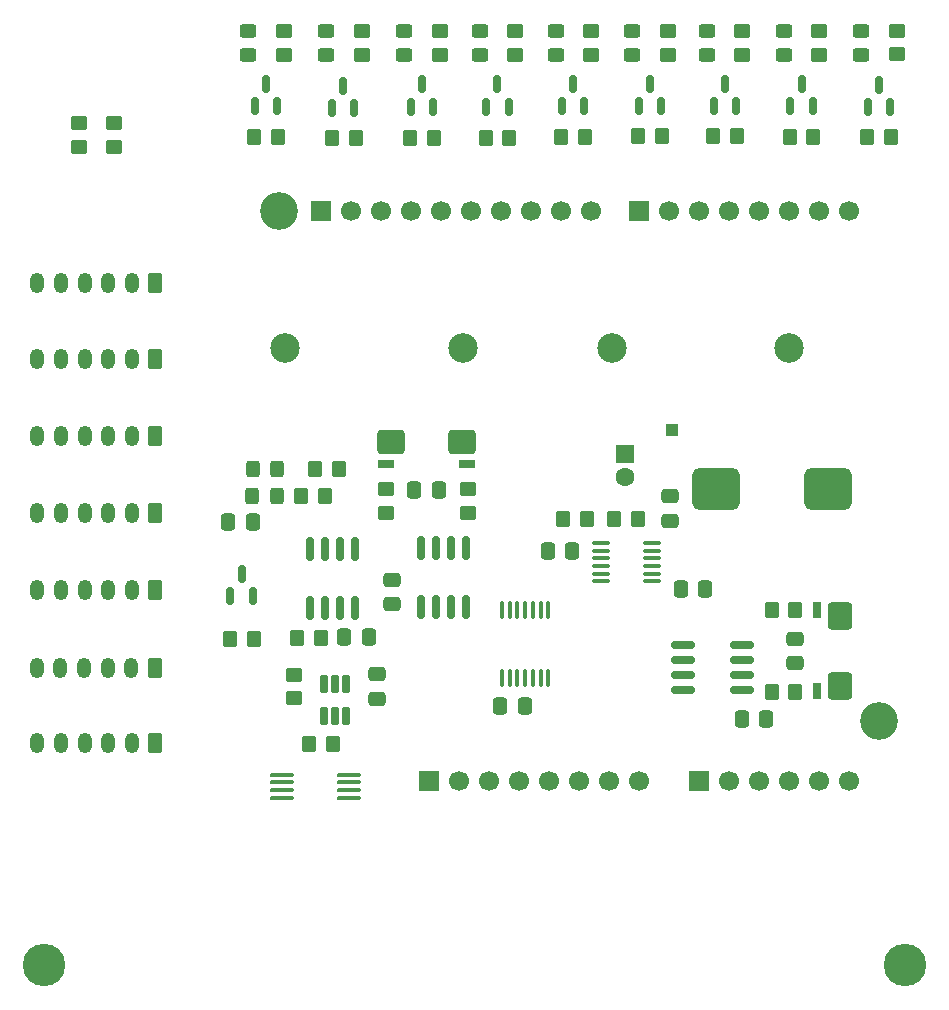
<source format=gbr>
%TF.GenerationSoftware,KiCad,Pcbnew,9.0.3*%
%TF.CreationDate,2025-08-05T14:59:21-07:00*%
%TF.ProjectId,Joule Chief,4a6f756c-6520-4436-9869-65662e6b6963,R1*%
%TF.SameCoordinates,Original*%
%TF.FileFunction,Soldermask,Top*%
%TF.FilePolarity,Negative*%
%FSLAX46Y46*%
G04 Gerber Fmt 4.6, Leading zero omitted, Abs format (unit mm)*
G04 Created by KiCad (PCBNEW 9.0.3) date 2025-08-05 14:59:21*
%MOMM*%
%LPD*%
G01*
G04 APERTURE LIST*
G04 Aperture macros list*
%AMRoundRect*
0 Rectangle with rounded corners*
0 $1 Rounding radius*
0 $2 $3 $4 $5 $6 $7 $8 $9 X,Y pos of 4 corners*
0 Add a 4 corners polygon primitive as box body*
4,1,4,$2,$3,$4,$5,$6,$7,$8,$9,$2,$3,0*
0 Add four circle primitives for the rounded corners*
1,1,$1+$1,$2,$3*
1,1,$1+$1,$4,$5*
1,1,$1+$1,$6,$7*
1,1,$1+$1,$8,$9*
0 Add four rect primitives between the rounded corners*
20,1,$1+$1,$2,$3,$4,$5,0*
20,1,$1+$1,$4,$5,$6,$7,0*
20,1,$1+$1,$6,$7,$8,$9,0*
20,1,$1+$1,$8,$9,$2,$3,0*%
G04 Aperture macros list end*
%ADD10R,1.700000X1.700000*%
%ADD11C,1.700000*%
%ADD12RoundRect,0.250000X-0.450000X0.350000X-0.450000X-0.350000X0.450000X-0.350000X0.450000X0.350000X0*%
%ADD13C,2.500000*%
%ADD14RoundRect,0.100000X-0.900000X-0.100000X0.900000X-0.100000X0.900000X0.100000X-0.900000X0.100000X0*%
%ADD15RoundRect,0.250000X0.350000X0.450000X-0.350000X0.450000X-0.350000X-0.450000X0.350000X-0.450000X0*%
%ADD16RoundRect,0.150000X0.150000X-0.587500X0.150000X0.587500X-0.150000X0.587500X-0.150000X-0.587500X0*%
%ADD17RoundRect,0.162500X0.162500X-0.617500X0.162500X0.617500X-0.162500X0.617500X-0.162500X-0.617500X0*%
%ADD18RoundRect,0.250000X0.475000X-0.337500X0.475000X0.337500X-0.475000X0.337500X-0.475000X-0.337500X0*%
%ADD19RoundRect,0.250000X0.350000X0.625000X-0.350000X0.625000X-0.350000X-0.625000X0.350000X-0.625000X0*%
%ADD20O,1.200000X1.750000*%
%ADD21RoundRect,0.150000X0.150000X-0.825000X0.150000X0.825000X-0.150000X0.825000X-0.150000X-0.825000X0*%
%ADD22RoundRect,0.150000X-0.825000X-0.150000X0.825000X-0.150000X0.825000X0.150000X-0.825000X0.150000X0*%
%ADD23RoundRect,0.250000X-0.350000X-0.450000X0.350000X-0.450000X0.350000X0.450000X-0.350000X0.450000X0*%
%ADD24C,3.600000*%
%ADD25RoundRect,0.250000X0.450000X-0.325000X0.450000X0.325000X-0.450000X0.325000X-0.450000X-0.325000X0*%
%ADD26RoundRect,0.250000X0.325000X0.450000X-0.325000X0.450000X-0.325000X-0.450000X0.325000X-0.450000X0*%
%ADD27RoundRect,0.250000X-0.337500X-0.475000X0.337500X-0.475000X0.337500X0.475000X-0.337500X0.475000X0*%
%ADD28RoundRect,0.250000X0.450000X-0.350000X0.450000X0.350000X-0.450000X0.350000X-0.450000X-0.350000X0*%
%ADD29C,3.200000*%
%ADD30RoundRect,0.100000X0.100000X-0.637500X0.100000X0.637500X-0.100000X0.637500X-0.100000X-0.637500X0*%
%ADD31RoundRect,0.250000X-0.550000X0.550000X-0.550000X-0.550000X0.550000X-0.550000X0.550000X0.550000X0*%
%ADD32C,1.600000*%
%ADD33RoundRect,0.100000X-0.625000X-0.100000X0.625000X-0.100000X0.625000X0.100000X-0.625000X0.100000X0*%
%ADD34RoundRect,0.250000X-0.475000X0.337500X-0.475000X-0.337500X0.475000X-0.337500X0.475000X0.337500X0*%
%ADD35RoundRect,0.525000X-1.475000X1.225000X-1.475000X-1.225000X1.475000X-1.225000X1.475000X1.225000X0*%
%ADD36RoundRect,0.243600X-0.901400X-0.771400X0.901400X-0.771400X0.901400X0.771400X-0.901400X0.771400X0*%
%ADD37RoundRect,0.091200X-0.608800X-0.288800X0.608800X-0.288800X0.608800X0.288800X-0.608800X0.288800X0*%
%ADD38RoundRect,0.190000X-0.510000X-0.190000X0.510000X-0.190000X0.510000X0.190000X-0.510000X0.190000X0*%
%ADD39RoundRect,0.243600X-0.771400X0.901400X-0.771400X-0.901400X0.771400X-0.901400X0.771400X0.901400X0*%
%ADD40RoundRect,0.091200X-0.288800X0.608800X-0.288800X-0.608800X0.288800X-0.608800X0.288800X0.608800X0*%
%ADD41RoundRect,0.190000X-0.190000X0.510000X-0.190000X-0.510000X0.190000X-0.510000X0.190000X0.510000X0*%
%ADD42R,1.000000X1.000000*%
%ADD43RoundRect,0.250000X0.337500X0.475000X-0.337500X0.475000X-0.337500X-0.475000X0.337500X-0.475000X0*%
G04 APERTURE END LIST*
D10*
%TO.C,J9*%
X127940000Y-97460000D03*
D11*
X130480000Y-97460000D03*
X133020000Y-97460000D03*
X135560000Y-97460000D03*
X138100000Y-97460000D03*
X140640000Y-97460000D03*
X143180000Y-97460000D03*
X145720000Y-97460000D03*
%TD*%
D10*
%TO.C,J10*%
X150800000Y-97460000D03*
D11*
X153340000Y-97460000D03*
X155880000Y-97460000D03*
X158420000Y-97460000D03*
X160960000Y-97460000D03*
X163500000Y-97460000D03*
%TD*%
D10*
%TO.C,J8*%
X118796000Y-49200000D03*
D11*
X121336000Y-49200000D03*
X123876000Y-49200000D03*
X126416000Y-49200000D03*
X128956000Y-49200000D03*
X131496000Y-49200000D03*
X134036000Y-49200000D03*
X136576000Y-49200000D03*
X139116000Y-49200000D03*
X141656000Y-49200000D03*
%TD*%
D10*
%TO.C,J11*%
X145720000Y-49200000D03*
D11*
X148260000Y-49200000D03*
X150800000Y-49200000D03*
X153340000Y-49200000D03*
X155880000Y-49200000D03*
X158420000Y-49200000D03*
X160960000Y-49200000D03*
X163500000Y-49200000D03*
%TD*%
D12*
%TO.C,R24*%
X167500000Y-33928641D03*
X167500000Y-35928641D03*
%TD*%
D13*
%TO.C,C5*%
X130750000Y-60750000D03*
X115750000Y-60750000D03*
%TD*%
D14*
%TO.C,U7*%
X115500000Y-96930000D03*
X115500000Y-97570000D03*
X115500000Y-98230000D03*
X115500000Y-98870000D03*
X121100000Y-98870000D03*
X121100000Y-98230000D03*
X121100000Y-97570000D03*
X121100000Y-96930000D03*
%TD*%
D15*
%TO.C,R31*%
X147602772Y-42824386D03*
X145602772Y-42824386D03*
%TD*%
D16*
%TO.C,Q7*%
X145652772Y-40324386D03*
X147552772Y-40324386D03*
X146602772Y-38449386D03*
%TD*%
D17*
%TO.C,U5*%
X119000000Y-91950000D03*
X119950000Y-91950000D03*
X120900000Y-91950000D03*
X120900000Y-89250000D03*
X119950000Y-89250000D03*
X119000000Y-89250000D03*
%TD*%
D18*
%TO.C,C12*%
X123500000Y-90500000D03*
X123500000Y-88425000D03*
%TD*%
D15*
%TO.C,R34*%
X160450000Y-42954112D03*
X158450000Y-42954112D03*
%TD*%
D19*
%TO.C,J6*%
X104700000Y-87850000D03*
D20*
X102700000Y-87850000D03*
X100700000Y-87850000D03*
X98700000Y-87850000D03*
X96700000Y-87850000D03*
X94700000Y-87850000D03*
%TD*%
D21*
%TO.C,U4*%
X127230000Y-82680000D03*
X128500000Y-82680000D03*
X129770000Y-82680000D03*
X131040000Y-82680000D03*
X131040000Y-77730000D03*
X129770000Y-77730000D03*
X128500000Y-77730000D03*
X127230000Y-77730000D03*
%TD*%
D22*
%TO.C,U1*%
X149455000Y-85907724D03*
X149455000Y-87177724D03*
X149455000Y-88447724D03*
X149455000Y-89717724D03*
X154405000Y-89717724D03*
X154405000Y-88447724D03*
X154405000Y-87177724D03*
X154405000Y-85907724D03*
%TD*%
D12*
%TO.C,R22*%
X148102772Y-33949386D03*
X148102772Y-35949386D03*
%TD*%
D23*
%TO.C,R10*%
X117100000Y-73300000D03*
X119100000Y-73300000D03*
%TD*%
D16*
%TO.C,Q5*%
X132744511Y-40348726D03*
X134644511Y-40348726D03*
X133694511Y-38473726D03*
%TD*%
%TO.C,Q2*%
X113150000Y-40325000D03*
X115050000Y-40325000D03*
X114100000Y-38450000D03*
%TD*%
D23*
%TO.C,R2*%
X156930000Y-89955000D03*
X158930000Y-89955000D03*
%TD*%
D24*
%TO.C,LITH1*%
X95300000Y-113000000D03*
X168200000Y-113000000D03*
%TD*%
D23*
%TO.C,R11*%
X118250000Y-71000000D03*
X120250000Y-71000000D03*
%TD*%
D25*
%TO.C,D11*%
X157950000Y-35979112D03*
X157950000Y-33929112D03*
%TD*%
D12*
%TO.C,R23*%
X154450000Y-33951749D03*
X154450000Y-35951749D03*
%TD*%
D16*
%TO.C,Q8*%
X152000000Y-40326749D03*
X153900000Y-40326749D03*
X152950000Y-38451749D03*
%TD*%
D26*
%TO.C,D1*%
X115000000Y-73300000D03*
X112950000Y-73300000D03*
%TD*%
D23*
%TO.C,R12*%
X117750000Y-94356475D03*
X119750000Y-94356475D03*
%TD*%
D27*
%TO.C,C10*%
X126675000Y-72839999D03*
X128750000Y-72839999D03*
%TD*%
D12*
%TO.C,R17*%
X115600000Y-33950000D03*
X115600000Y-35950000D03*
%TD*%
D16*
%TO.C,Q4*%
X126350000Y-40347545D03*
X128250000Y-40347545D03*
X127300000Y-38472545D03*
%TD*%
D26*
%TO.C,D2*%
X115025000Y-71000000D03*
X112975000Y-71000000D03*
%TD*%
D12*
%TO.C,R18*%
X122200000Y-33973915D03*
X122200000Y-35973915D03*
%TD*%
D16*
%TO.C,Q9*%
X165050000Y-40366141D03*
X166950000Y-40366141D03*
X166000000Y-38491141D03*
%TD*%
D15*
%TO.C,R5*%
X141295001Y-75250000D03*
X139295001Y-75250000D03*
%TD*%
D28*
%TO.C,R16*%
X98250000Y-43750000D03*
X98250000Y-41750000D03*
%TD*%
%TO.C,R8*%
X124250000Y-74724999D03*
X124250000Y-72724999D03*
%TD*%
D29*
%TO.C,MH1*%
X115240000Y-49200000D03*
%TD*%
D12*
%TO.C,R19*%
X128800000Y-33972545D03*
X128800000Y-35972545D03*
%TD*%
D28*
%TO.C,R7*%
X131250000Y-74724999D03*
X131250000Y-72724999D03*
%TD*%
D18*
%TO.C,C11*%
X124750000Y-82500000D03*
X124750000Y-80425000D03*
%TD*%
D30*
%TO.C,U3*%
X134100000Y-88725000D03*
X134750000Y-88725000D03*
X135400000Y-88725000D03*
X136050000Y-88725000D03*
X136700000Y-88725000D03*
X137350000Y-88725000D03*
X138000000Y-88725000D03*
X138000000Y-83000000D03*
X137350000Y-83000000D03*
X136700000Y-83000000D03*
X136050000Y-83000000D03*
X135400000Y-83000000D03*
X134750000Y-83000000D03*
X134100000Y-83000000D03*
%TD*%
D25*
%TO.C,D8*%
X145102772Y-35974386D03*
X145102772Y-33924386D03*
%TD*%
D19*
%TO.C,J4*%
X104750000Y-74750000D03*
D20*
X102750000Y-74750000D03*
X100750000Y-74750000D03*
X98750000Y-74750000D03*
X96750000Y-74750000D03*
X94750000Y-74750000D03*
%TD*%
D12*
%TO.C,R25*%
X160950000Y-33954112D03*
X160950000Y-35954112D03*
%TD*%
D23*
%TO.C,R3*%
X156930000Y-82955000D03*
X158930000Y-82955000D03*
%TD*%
D19*
%TO.C,J2*%
X104750000Y-61750000D03*
D20*
X102750000Y-61750000D03*
X100750000Y-61750000D03*
X98750000Y-61750000D03*
X96750000Y-61750000D03*
X94750000Y-61750000D03*
%TD*%
D15*
%TO.C,R26*%
X115100000Y-42950000D03*
X113100000Y-42950000D03*
%TD*%
%TO.C,R28*%
X128300000Y-42972545D03*
X126300000Y-42972545D03*
%TD*%
D25*
%TO.C,D7*%
X138619721Y-35998650D03*
X138619721Y-33948650D03*
%TD*%
D31*
%TO.C,C4*%
X144545001Y-69750000D03*
D32*
X144545001Y-71750000D03*
%TD*%
D28*
%TO.C,R15*%
X101250000Y-43750000D03*
X101250000Y-41750000D03*
%TD*%
D19*
%TO.C,J3*%
X104750000Y-68250000D03*
D20*
X102750000Y-68250000D03*
X100750000Y-68250000D03*
X98750000Y-68250000D03*
X96750000Y-68250000D03*
X94750000Y-68250000D03*
%TD*%
D19*
%TO.C,J1*%
X104750000Y-55250000D03*
D20*
X102750000Y-55250000D03*
X100750000Y-55250000D03*
X98750000Y-55250000D03*
X96750000Y-55250000D03*
X94750000Y-55250000D03*
%TD*%
D33*
%TO.C,U2*%
X142457501Y-77300000D03*
X142457501Y-77950000D03*
X142457501Y-78600000D03*
X142457501Y-79250000D03*
X142457501Y-79900000D03*
X142457501Y-80550000D03*
X146757501Y-80550000D03*
X146757501Y-79900000D03*
X146757501Y-79250000D03*
X146757501Y-78600000D03*
X146757501Y-77950000D03*
X146757501Y-77300000D03*
%TD*%
D15*
%TO.C,R32*%
X153950000Y-42826749D03*
X151950000Y-42826749D03*
%TD*%
D16*
%TO.C,Q6*%
X139169721Y-40323650D03*
X141069721Y-40323650D03*
X140119721Y-38448650D03*
%TD*%
D25*
%TO.C,D3*%
X112600000Y-35975000D03*
X112600000Y-33925000D03*
%TD*%
D15*
%TO.C,R4*%
X145600000Y-75250000D03*
X143600000Y-75250000D03*
%TD*%
D34*
%TO.C,C1*%
X158930000Y-85425000D03*
X158930000Y-87500000D03*
%TD*%
D25*
%TO.C,D10*%
X164500000Y-35978641D03*
X164500000Y-33928641D03*
%TD*%
D35*
%TO.C,L1*%
X161680000Y-72750000D03*
X152180000Y-72750000D03*
%TD*%
D15*
%TO.C,R29*%
X134694511Y-42973726D03*
X132694511Y-42973726D03*
%TD*%
D25*
%TO.C,D6*%
X132194511Y-35998726D03*
X132194511Y-33948726D03*
%TD*%
D36*
%TO.C,R6*%
X124700000Y-68704999D03*
D37*
X124255000Y-70609999D03*
D38*
X131115000Y-70609999D03*
D36*
X130670000Y-68704999D03*
%TD*%
D39*
%TO.C,R1*%
X162680000Y-83455000D03*
D40*
X160775000Y-83010000D03*
D41*
X160775000Y-89870000D03*
D39*
X162680000Y-89425000D03*
%TD*%
D23*
%TO.C,R13*%
X116750000Y-85320000D03*
X118750000Y-85320000D03*
%TD*%
D18*
%TO.C,C7*%
X148345001Y-75400000D03*
X148345001Y-73325000D03*
%TD*%
D16*
%TO.C,Q1*%
X111100000Y-81800000D03*
X113000000Y-81800000D03*
X112050000Y-79925000D03*
%TD*%
%TO.C,Q3*%
X119700000Y-40473915D03*
X121600000Y-40473915D03*
X120650000Y-38598915D03*
%TD*%
D42*
%TO.C,TPx1*%
X148500000Y-67750000D03*
%TD*%
D12*
%TO.C,R21*%
X141619721Y-33948650D03*
X141619721Y-35948650D03*
%TD*%
D16*
%TO.C,Q10*%
X158500000Y-40329112D03*
X160400000Y-40329112D03*
X159450000Y-38454112D03*
%TD*%
D13*
%TO.C,C2*%
X158430000Y-60750000D03*
X143430000Y-60750000D03*
%TD*%
D15*
%TO.C,R33*%
X167000000Y-42928641D03*
X165000000Y-42928641D03*
%TD*%
%TO.C,R27*%
X121700000Y-42973915D03*
X119700000Y-42973915D03*
%TD*%
D25*
%TO.C,D9*%
X151450000Y-35976749D03*
X151450000Y-33926749D03*
%TD*%
%TO.C,D4*%
X119200000Y-35973915D03*
X119200000Y-33923915D03*
%TD*%
D19*
%TO.C,J5*%
X104750000Y-81250000D03*
D20*
X102750000Y-81250000D03*
X100750000Y-81250000D03*
X98750000Y-81250000D03*
X96750000Y-81250000D03*
X94750000Y-81250000D03*
%TD*%
D12*
%TO.C,R9*%
X116506832Y-88432730D03*
X116506832Y-90432730D03*
%TD*%
%TO.C,R20*%
X135194511Y-33973726D03*
X135194511Y-35973726D03*
%TD*%
D27*
%TO.C,C3*%
X154405023Y-92205000D03*
X156480023Y-92205000D03*
%TD*%
%TO.C,C14*%
X120712500Y-85250000D03*
X122787500Y-85250000D03*
%TD*%
D25*
%TO.C,D5*%
X125800000Y-35997545D03*
X125800000Y-33947545D03*
%TD*%
D43*
%TO.C,C8*%
X140038192Y-77957645D03*
X137963192Y-77957645D03*
%TD*%
D29*
%TO.C,MH4*%
X166040000Y-92380000D03*
%TD*%
D21*
%TO.C,U6*%
X117845000Y-82795000D03*
X119115000Y-82795000D03*
X120385000Y-82795000D03*
X121655000Y-82795000D03*
X121655000Y-77845000D03*
X120385000Y-77845000D03*
X119115000Y-77845000D03*
X117845000Y-77845000D03*
%TD*%
D15*
%TO.C,R30*%
X141119721Y-42948650D03*
X139119721Y-42948650D03*
%TD*%
D43*
%TO.C,C9*%
X136037500Y-91100000D03*
X133962500Y-91100000D03*
%TD*%
D15*
%TO.C,R14*%
X113050000Y-85425000D03*
X111050000Y-85425000D03*
%TD*%
D27*
%TO.C,C13*%
X110925000Y-75500000D03*
X113000000Y-75500000D03*
%TD*%
%TO.C,C6*%
X149225000Y-81200000D03*
X151300000Y-81200000D03*
%TD*%
D19*
%TO.C,J7*%
X104750000Y-94250000D03*
D20*
X102750000Y-94250000D03*
X100750000Y-94250000D03*
X98750000Y-94250000D03*
X96750000Y-94250000D03*
X94750000Y-94250000D03*
%TD*%
M02*

</source>
